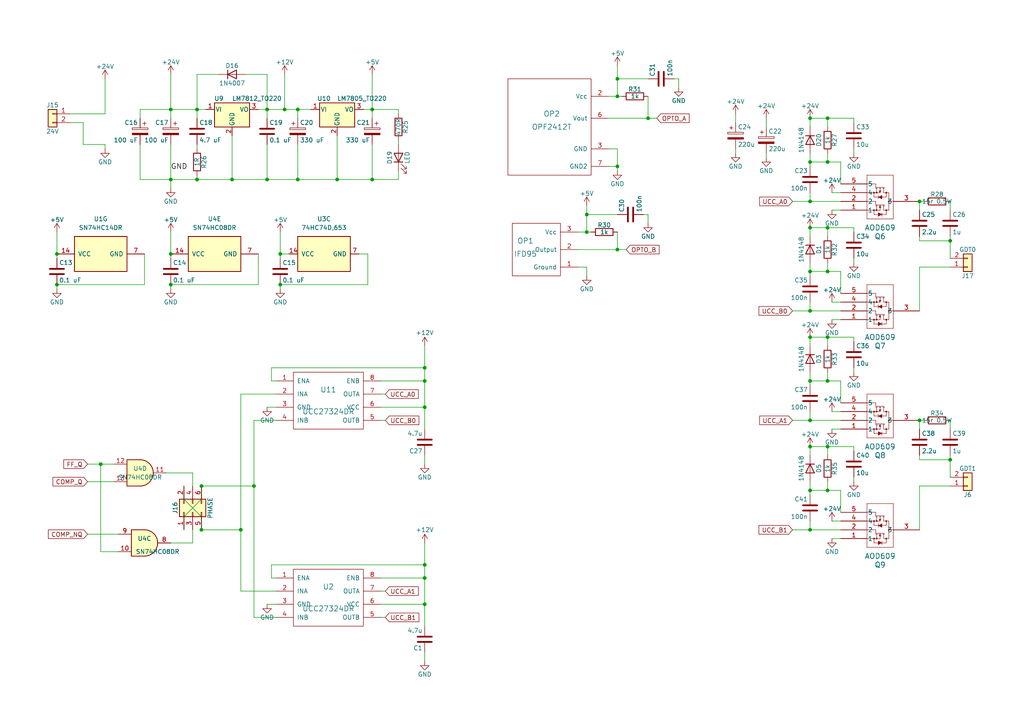
<source format=kicad_sch>
(kicad_sch (version 20230121) (generator eeschema)
  (paper "A4")
  (lib_symbols
    (symbol "0_MY_UD_SYM_LIB:AOD609" (pin_names (offset 0.254))
      (property "Reference" "Q" (at 11.43 7.62 0))
      (property "Value" "AOD609" (at 12.7 5.08 0))
      (symbol "AOD609_0_1"
        (pin unspecified line (at 0 0 0) (length 7.62) (name "1") (number "1"))
        (pin unspecified line (at 0 -2.54 0) (length 7.62) (name "2") (number "2"))
        (pin unspecified line (at 22.86 -2.54 180) (length 7.62) (name "3") (number "3"))
        (pin unspecified line (at 0 -5.08 0) (length 7.62) (name "4") (number "4"))
        (pin unspecified line (at 0 -7.62 0) (length 7.62) (name "5") (number "5"))
      )
    )
    (symbol "74xx:74HC14" (pin_names (offset 1.016))
      (property "Reference" "U" (at 0 1.27 0))
      (property "Value" "74HC14" (at 0 -1.27 0))
      (symbol "74HC14_1_0"
        (pin input line (at -7.62 0 0) (length 3.81) (name "~") (number "1"))
        (pin output inverted (at 7.62 0 180) (length 3.81) (name "~") (number "2"))
      )
      (symbol "74HC14_2_0"
        (pin input line (at -7.62 0 0) (length 3.81) (name "~") (number "3"))
        (pin output inverted (at 7.62 0 180) (length 3.81) (name "~") (number "4"))
      )
      (symbol "74HC14_3_0"
        (pin input line (at -7.62 0 0) (length 3.81) (name "~") (number "5"))
        (pin output inverted (at 7.62 0 180) (length 3.81) (name "~") (number "6"))
      )
      (symbol "74HC14_4_0"
        (pin output inverted (at 7.62 0 180) (length 3.81) (name "~") (number "8"))
        (pin input line (at -7.62 0 0) (length 3.81) (name "~") (number "9"))
      )
      (symbol "74HC14_5_0"
        (pin output inverted (at 7.62 0 180) (length 3.81) (name "~") (number "10"))
        (pin input line (at -7.62 0 0) (length 3.81) (name "~") (number "11"))
      )
      (symbol "74HC14_6_0"
        (pin output inverted (at 7.62 0 180) (length 3.81) (name "~") (number "12"))
        (pin input line (at -7.62 0 0) (length 3.81) (name "~") (number "13"))
      )
      (symbol "74HC14_7_0"
        (pin power_in line (at 0 12.7 270) (length 5.08) (name "VCC") (number "14"))
        (pin power_in line (at 0 -12.7 90) (length 5.08) (name "GND") (number "7"))
      )
    )
    (symbol "74xx:74HC74" (pin_names (offset 1.016))
      (property "Reference" "U" (at -7.62 8.89 0))
      (property "Value" "74HC74" (at -7.62 -8.89 0))
      (symbol "74HC74_1_0"
        (pin input line (at 0 -7.62 90) (length 2.54) (name "~{R}") (number "1"))
        (pin input line (at -7.62 2.54 0) (length 2.54) (name "D") (number "2"))
        (pin input clock (at -7.62 0 0) (length 2.54) (name "C") (number "3"))
        (pin input line (at 0 7.62 270) (length 2.54) (name "~{S}") (number "4"))
        (pin output line (at 7.62 2.54 180) (length 2.54) (name "Q") (number "5"))
        (pin output line (at 7.62 -2.54 180) (length 2.54) (name "~{Q}") (number "6"))
      )
      (symbol "74HC74_2_0"
        (pin input line (at 0 7.62 270) (length 2.54) (name "~{S}") (number "10"))
        (pin input clock (at -7.62 0 0) (length 2.54) (name "C") (number "11"))
        (pin input line (at -7.62 2.54 0) (length 2.54) (name "D") (number "12"))
        (pin input line (at 0 -7.62 90) (length 2.54) (name "~{R}") (number "13"))
        (pin output line (at 7.62 -2.54 180) (length 2.54) (name "~{Q}") (number "8"))
        (pin output line (at 7.62 2.54 180) (length 2.54) (name "Q") (number "9"))
      )
      (symbol "74HC74_3_0"
        (pin power_in line (at 0 10.16 270) (length 2.54) (name "VCC") (number "14"))
        (pin power_in line (at 0 -10.16 90) (length 2.54) (name "GND") (number "7"))
      )
    )
    (symbol "74xx:74LS08" (pin_names (offset 1.016))
      (property "Reference" "U" (at 0 1.27 0))
      (property "Value" "74LS08" (at 0 -1.27 0))
      (symbol "74LS08_1_1"
        (pin input line (at -7.62 2.54 0) (length 3.81) (name "~") (number "1"))
        (pin input line (at -7.62 -2.54 0) (length 3.81) (name "~") (number "2"))
        (pin output line (at 7.62 0 180) (length 3.81) (name "~") (number "3"))
      )
      (symbol "74LS08_1_2"
        (pin input inverted (at -7.62 2.54 0) (length 4.318) (name "~") (number "1"))
        (pin input inverted (at -7.62 -2.54 0) (length 4.318) (name "~") (number "2"))
        (pin output inverted (at 7.62 0 180) (length 3.81) (name "~") (number "3"))
      )
      (symbol "74LS08_2_1"
        (pin input line (at -7.62 2.54 0) (length 3.81) (name "~") (number "4"))
        (pin input line (at -7.62 -2.54 0) (length 3.81) (name "~") (number "5"))
        (pin output line (at 7.62 0 180) (length 3.81) (name "~") (number "6"))
      )
      (symbol "74LS08_2_2"
        (pin input inverted (at -7.62 2.54 0) (length 4.318) (name "~") (number "4"))
        (pin input inverted (at -7.62 -2.54 0) (length 4.318) (name "~") (number "5"))
        (pin output inverted (at 7.62 0 180) (length 3.81) (name "~") (number "6"))
      )
      (symbol "74LS08_3_1"
        (pin input line (at -7.62 -2.54 0) (length 3.81) (name "~") (number "10"))
        (pin output line (at 7.62 0 180) (length 3.81) (name "~") (number "8"))
        (pin input line (at -7.62 2.54 0) (length 3.81) (name "~") (number "9"))
      )
      (symbol "74LS08_3_2"
        (pin input inverted (at -7.62 -2.54 0) (length 4.318) (name "~") (number "10"))
        (pin output inverted (at 7.62 0 180) (length 3.81) (name "~") (number "8"))
        (pin input inverted (at -7.62 2.54 0) (length 4.318) (name "~") (number "9"))
      )
      (symbol "74LS08_4_1"
        (pin output line (at 7.62 0 180) (length 3.81) (name "~") (number "11"))
        (pin input line (at -7.62 2.54 0) (length 3.81) (name "~") (number "12"))
        (pin input line (at -7.62 -2.54 0) (length 3.81) (name "~") (number "13"))
      )
      (symbol "74LS08_4_2"
        (pin output inverted (at 7.62 0 180) (length 3.81) (name "~") (number "11"))
        (pin input inverted (at -7.62 2.54 0) (length 4.318) (name "~") (number "12"))
        (pin input inverted (at -7.62 -2.54 0) (length 4.318) (name "~") (number "13"))
      )
      (symbol "74LS08_5_0"
        (pin power_in line (at 0 12.7 270) (length 5.08) (name "VCC") (number "14"))
        (pin power_in line (at 0 -12.7 90) (length 5.08) (name "GND") (number "7"))
      )
    )
    (symbol "A_My_UD:IFD95" (pin_names (offset 1.016))
      (property "Reference" "OP" (at 0 3.81 0))
      (property "Value" "IFD95" (at 0 0 0))
      (symbol "IFD95_1_1"
        (pin input line (at 15.24 -3.81 180) (length 5.08) (name "Ground") (number "1"))
        (pin input line (at 15.24 1.27 180) (length 5.08) (name "Output") (number "2"))
        (pin input line (at 15.24 6.35 180) (length 5.08) (name "Vcc") (number "3"))
      )
    )
    (symbol "A_My_UD:OPF2412T" (pin_names (offset 1.016))
      (property "Reference" "OP" (at 0 3.81 0))
      (property "Value" "OPF2412T" (at 0 0 0))
      (symbol "OPF2412T_1_1"
        (pin input line (at 16.51 8.89 180) (length 5.08) (name "Vcc") (number "2"))
        (pin input line (at 16.51 -6.35 180) (length 5.08) (name "GND") (number "3"))
        (pin input line (at 16.51 2.54 180) (length 5.08) (name "Vout") (number "6"))
        (pin input line (at 16.51 -11.43 180) (length 5.08) (name "GND2") (number "7"))
      )
    )
    (symbol "A_My_UD:UCC27243" (pin_names (offset 1.016))
      (property "Reference" "U" (at 0 2.54 0))
      (property "Value" "UCC27243" (at 0 -3.81 0))
      (symbol "UCC27243_1_1"
        (pin input line (at -15.24 5.08 0) (length 5.08) (name "ENA") (number "1"))
        (pin input line (at -15.24 1.27 0) (length 5.08) (name "INA") (number "2"))
        (pin input line (at -15.24 -2.54 0) (length 5.08) (name "GND") (number "3"))
        (pin input line (at -15.24 -6.35 0) (length 5.08) (name "INB") (number "4"))
        (pin input line (at 15.24 -6.35 180) (length 5.08) (name "OUTB") (number "5"))
        (pin input line (at 15.24 -2.54 180) (length 5.08) (name "VCC") (number "6"))
        (pin input line (at 15.24 1.27 180) (length 5.08) (name "OUTA") (number "7"))
        (pin input line (at 15.24 5.08 180) (length 5.08) (name "ENB") (number "8"))
      )
    )
    (symbol "Connector_Generic:Conn_01x02" (pin_names (offset 1.016) hide)
      (property "Reference" "J" (at 0 2.54 0))
      (property "Value" "Conn_01x02" (at 0 -5.08 0))
      (symbol "Conn_01x02_1_1"
        (pin passive line (at -5.08 0 0) (length 3.81) (name "Pin_1") (number "1"))
        (pin passive line (at -5.08 -2.54 0) (length 3.81) (name "Pin_2") (number "2"))
      )
    )
    (symbol "Connector_Generic:Conn_02x03_Odd_Even" (pin_names (offset 1.016) hide)
      (property "Reference" "J" (at 1.27 5.08 0))
      (property "Value" "Conn_02x03_Odd_Even" (at 1.27 -5.08 0))
      (symbol "Conn_02x03_Odd_Even_1_1"
        (pin passive line (at -5.08 2.54 0) (length 3.81) (name "Pin_1") (number "1"))
        (pin passive line (at 7.62 2.54 180) (length 3.81) (name "Pin_2") (number "2"))
        (pin passive line (at -5.08 0 0) (length 3.81) (name "Pin_3") (number "3"))
        (pin passive line (at 7.62 0 180) (length 3.81) (name "Pin_4") (number "4"))
        (pin passive line (at -5.08 -2.54 0) (length 3.81) (name "Pin_5") (number "5"))
        (pin passive line (at 7.62 -2.54 180) (length 3.81) (name "Pin_6") (number "6"))
      )
    )
    (symbol "Device:C" (pin_numbers hide) (pin_names (offset 0.254))
      (property "Reference" "C" (at 0.635 2.54 0))
      (property "Value" "C" (at 0.635 -2.54 0))
      (symbol "C_1_1"
        (pin passive line (at 0 3.81 270) (length 2.794) (name "~") (number "1"))
        (pin passive line (at 0 -3.81 90) (length 2.794) (name "~") (number "2"))
      )
    )
    (symbol "Device:C_Polarized" (pin_numbers hide) (pin_names (offset 0.254))
      (property "Reference" "C" (at 0.635 2.54 0))
      (property "Value" "C_Polarized" (at 0.635 -2.54 0))
      (symbol "C_Polarized_1_1"
        (pin passive line (at 0 3.81 270) (length 2.794) (name "~") (number "1"))
        (pin passive line (at 0 -3.81 90) (length 2.794) (name "~") (number "2"))
      )
    )
    (symbol "Device:D" (pin_numbers hide) (pin_names (offset 1.016) hide)
      (property "Reference" "D" (at 0 2.54 0))
      (property "Value" "D" (at 0 -2.54 0))
      (symbol "D_1_1"
        (pin passive line (at -3.81 0 0) (length 2.54) (name "K") (number "1"))
        (pin passive line (at 3.81 0 180) (length 2.54) (name "A") (number "2"))
      )
    )
    (symbol "Device:LED" (pin_numbers hide) (pin_names (offset 1.016) hide)
      (property "Reference" "D" (at 0 2.54 0))
      (property "Value" "LED" (at 0 -2.54 0))
      (symbol "LED_1_1"
        (pin passive line (at -3.81 0 0) (length 2.54) (name "K") (number "1"))
        (pin passive line (at 3.81 0 180) (length 2.54) (name "A") (number "2"))
      )
    )
    (symbol "Device:R" (pin_numbers hide) (pin_names (offset 0))
      (property "Reference" "R" (at 2.032 0 90))
      (property "Value" "R" (at 0 0 90))
      (symbol "R_1_1"
        (pin passive line (at 0 3.81 270) (length 1.27) (name "~") (number "1"))
        (pin passive line (at 0 -3.81 90) (length 1.27) (name "~") (number "2"))
      )
    )
    (symbol "Regulator_Linear:LM7805_TO220" (pin_names (offset 0.254))
      (property "Reference" "U" (at -3.81 3.175 0))
      (property "Value" "LM7805_TO220" (at 0 3.175 0))
      (symbol "LM7805_TO220_1_1"
        (pin power_in line (at -7.62 0 0) (length 2.54) (name "VI") (number "1"))
        (pin power_in line (at 0 -7.62 90) (length 2.54) (name "GND") (number "2"))
        (pin power_out line (at 7.62 0 180) (length 2.54) (name "VO") (number "3"))
      )
    )
    (symbol "Regulator_Linear:LM7812_TO220" (pin_names (offset 0.254))
      (property "Reference" "U" (at -3.81 3.175 0))
      (property "Value" "LM7812_TO220" (at 0 3.175 0))
      (symbol "LM7812_TO220_1_1"
        (pin power_in line (at -7.62 0 0) (length 2.54) (name "VI") (number "1"))
        (pin power_in line (at 0 -7.62 90) (length 2.54) (name "GND") (number "2"))
        (pin power_out line (at 7.62 0 180) (length 2.54) (name "VO") (number "3"))
      )
    )
    (symbol "power:+12V" (power) (pin_names (offset 0))
      (property "Value" "+12V" (at 0 3.556 0))
      (symbol "+12V_1_1"
        (pin power_in line (at 0 0 90) (length 0) hide (name "+12V") (number "1"))
      )
    )
    (symbol "power:+24V" (power) (pin_names (offset 0))
      (property "Value" "+24V" (at 0 3.556 0))
      (symbol "+24V_1_1"
        (pin power_in line (at 0 0 90) (length 0) hide (name "+24V") (number "1"))
      )
    )
    (symbol "power:+5V" (power) (pin_names (offset 0))
      (property "Value" "+5V" (at 0 3.556 0))
      (symbol "+5V_1_1"
        (pin power_in line (at 0 0 90) (length 0) hide (name "+5V") (number "1"))
      )
    )
    (symbol "power:GND" (power) (pin_names (offset 0))
      (property "Value" "GND" (at 0 -3.81 0))
      (symbol "GND_1_1"
        (pin power_in line (at 0 0 270) (length 0) hide (name "GND") (number "1"))
      )
    )
  )
  (junction (at 179.07 72.39))
  (junction (at 240.03 78.74))
  (junction (at 240.03 97.79))
  (junction (at 16.51 82.55))
  (junction (at 187.96 34.29))
  (junction (at 179.07 22.86))
  (junction (at 179.07 27.94))
  (junction (at 73.66 140.97))
  (junction (at 123.19 110.49))
  (junction (at 234.95 142.24))
  (junction (at 58.42 153.67))
  (junction (at 170.18 67.31))
  (junction (at 179.07 48.26))
  (junction (at 49.53 52.07))
  (junction (at 97.79 52.07))
  (junction (at 240.03 142.24))
  (junction (at 275.59 69.85))
  (junction (at 107.95 52.07))
  (junction (at 266.7 58.42))
  (junction (at 58.42 140.97))
  (junction (at 234.95 58.42))
  (junction (at 123.19 175.26))
  (junction (at 69.85 153.67))
  (junction (at 81.28 82.55))
  (junction (at 57.15 52.07))
  (junction (at 234.95 66.04))
  (junction (at 77.47 52.07))
  (junction (at 77.47 31.75))
  (junction (at 123.19 163.83))
  (junction (at 240.03 110.49))
  (junction (at 57.15 31.75))
  (junction (at 240.03 129.54))
  (junction (at 49.53 82.55))
  (junction (at 240.03 34.29))
  (junction (at 49.53 73.66))
  (junction (at 234.95 90.17))
  (junction (at 234.95 34.29))
  (junction (at 275.59 133.35))
  (junction (at 240.03 46.99))
  (junction (at 16.51 73.66))
  (junction (at 234.95 78.74))
  (junction (at 107.95 31.75))
  (junction (at 234.95 110.49))
  (junction (at 82.55 31.75))
  (junction (at 234.95 46.99))
  (junction (at 81.28 73.66))
  (junction (at 266.7 121.92))
  (junction (at 240.03 66.04))
  (junction (at 67.31 52.07))
  (junction (at 234.95 121.92))
  (junction (at 234.95 153.67))
  (junction (at 123.19 106.68))
  (junction (at 86.36 52.07))
  (junction (at 234.95 97.79))
  (junction (at 29.21 134.62))
  (junction (at 123.19 167.64))
  (junction (at 234.95 129.54))
  (junction (at 123.19 118.11))
  (junction (at 86.36 31.75))
  (junction (at 49.53 31.75))
  (junction (at 170.18 62.23))
  (wire (pts (xy 16.51 73.66) (xy 16.51 74.93)))
  (wire (pts (xy 179.07 19.05) (xy 179.07 22.86)))
  (wire (pts (xy 71.12 21.59) (xy 77.47 21.59)))
  (wire (pts (xy 81.28 82.55) (xy 81.28 83.82)))
  (wire (pts (xy 86.36 31.75) (xy 86.36 34.29)))
  (wire (pts (xy 123.19 175.26) (xy 110.49 175.26)))
  (wire (pts (xy 187.96 27.94) (xy 187.96 34.29)))
  (wire (pts (xy 77.47 52.07) (xy 77.47 41.91)))
  (wire (pts (xy 275.59 69.85) (xy 275.59 74.93)))
  (wire (pts (xy 78.74 106.68) (xy 78.74 110.49)))
  (wire (pts (xy 196.85 22.86) (xy 196.85 25.4)))
  (wire (pts (xy 29.21 134.62) (xy 33.02 134.62)))
  (wire (pts (xy 20.32 33.02) (xy 30.48 33.02)))
  (wire (pts (xy 234.95 139.7) (xy 234.95 142.24)))
  (wire (pts (xy 266.7 124.46) (xy 266.7 121.92)))
  (wire (pts (xy 241.3 124.46) (xy 243.84 124.46)))
  (wire (pts (xy 78.74 110.49) (xy 80.01 110.49)))
  (wire (pts (xy 77.47 175.26) (xy 80.01 175.26)))
  (wire (pts (xy 123.19 110.49) (xy 123.19 106.68)))
  (wire (pts (xy 266.7 69.85) (xy 266.7 68.58)))
  (wire (pts (xy 78.74 167.64) (xy 80.01 167.64)))
  (wire (pts (xy 234.95 97.79) (xy 240.03 97.79)))
  (wire (pts (xy 171.45 67.31) (xy 170.18 67.31)))
  (wire (pts (xy 73.66 140.97) (xy 73.66 179.07)))
  (wire (pts (xy 97.79 52.07) (xy 107.95 52.07)))
  (wire (pts (xy 67.31 52.07) (xy 77.47 52.07)))
  (wire (pts (xy 107.95 52.07) (xy 115.57 52.07)))
  (wire (pts (xy 222.25 34.29) (xy 222.25 36.83)))
  (wire (pts (xy 241.3 60.96) (xy 243.84 60.96)))
  (wire (pts (xy 170.18 59.69) (xy 170.18 62.23)))
  (wire (pts (xy 77.47 21.59) (xy 77.47 31.75)))
  (wire (pts (xy 123.19 157.48) (xy 123.19 163.83)))
  (wire (pts (xy 234.95 36.83) (xy 234.95 34.29)))
  (wire (pts (xy 234.95 121.92) (xy 234.95 119.38)))
  (wire (pts (xy 243.84 78.74) (xy 240.03 78.74)))
  (wire (pts (xy 247.65 35.56) (xy 247.65 34.29)))
  (wire (pts (xy 40.64 34.29) (xy 40.64 31.75)))
  (wire (pts (xy 81.28 67.31) (xy 81.28 73.66)))
  (wire (pts (xy 179.07 43.18) (xy 176.53 43.18)))
  (wire (pts (xy 97.79 52.07) (xy 97.79 39.37)))
  (wire (pts (xy 247.65 43.18) (xy 247.65 44.45)))
  (wire (pts (xy 243.84 46.99) (xy 240.03 46.99)))
  (wire (pts (xy 234.95 68.58) (xy 234.95 66.04)))
  (wire (pts (xy 55.88 153.67) (xy 55.88 157.48)))
  (wire (pts (xy 86.36 31.75) (xy 90.17 31.75)))
  (wire (pts (xy 241.3 87.63) (xy 243.84 87.63)))
  (wire (pts (xy 167.64 67.31) (xy 170.18 67.31)))
  (wire (pts (xy 41.91 82.55) (xy 16.51 82.55)))
  (wire (pts (xy 229.87 153.67) (xy 234.95 153.67)))
  (wire (pts (xy 176.53 34.29) (xy 187.96 34.29)))
  (wire (pts (xy 69.85 114.3) (xy 69.85 153.67)))
  (wire (pts (xy 195.58 22.86) (xy 196.85 22.86)))
  (wire (pts (xy 73.66 121.92) (xy 80.01 121.92)))
  (wire (pts (xy 53.34 153.67) (xy 53.34 149.86)))
  (wire (pts (xy 57.15 21.59) (xy 63.5 21.59)))
  (wire (pts (xy 40.64 31.75) (xy 49.53 31.75)))
  (wire (pts (xy 41.91 73.66) (xy 41.91 82.55)))
  (wire (pts (xy 234.95 76.2) (xy 234.95 78.74)))
  (wire (pts (xy 213.36 33.02) (xy 213.36 35.56)))
  (wire (pts (xy 167.64 77.47) (xy 170.18 77.47)))
  (wire (pts (xy 240.03 110.49) (xy 240.03 107.95)))
  (wire (pts (xy 247.65 130.81) (xy 247.65 129.54)))
  (wire (pts (xy 234.95 100.33) (xy 234.95 97.79)))
  (wire (pts (xy 29.21 134.62) (xy 29.21 160.02)))
  (wire (pts (xy 49.53 157.48) (xy 55.88 157.48)))
  (wire (pts (xy 179.07 48.26) (xy 179.07 49.53)))
  (wire (pts (xy 266.7 140.97) (xy 275.59 140.97)))
  (wire (pts (xy 20.32 35.56) (xy 24.13 35.56)))
  (wire (pts (xy 234.95 46.99) (xy 240.03 46.99)))
  (wire (pts (xy 53.34 144.78) (xy 53.34 140.97)))
  (wire (pts (xy 243.84 142.24) (xy 243.84 148.59)))
  (wire (pts (xy 170.18 62.23) (xy 179.07 62.23)))
  (wire (pts (xy 176.53 27.94) (xy 179.07 27.94)))
  (wire (pts (xy 107.95 31.75) (xy 115.57 31.75)))
  (wire (pts (xy 25.4 154.94) (xy 34.29 154.94)))
  (wire (pts (xy 176.53 48.26) (xy 179.07 48.26)))
  (wire (pts (xy 49.53 31.75) (xy 49.53 34.29)))
  (wire (pts (xy 234.95 107.95) (xy 234.95 110.49)))
  (wire (pts (xy 234.95 46.99) (xy 234.95 48.26)))
  (wire (pts (xy 266.7 121.92) (xy 267.97 121.92)))
  (wire (pts (xy 266.7 60.96) (xy 266.7 58.42)))
  (wire (pts (xy 25.4 139.7) (xy 33.02 139.7)))
  (wire (pts (xy 49.53 31.75) (xy 57.15 31.75)))
  (wire (pts (xy 179.07 22.86) (xy 179.07 27.94)))
  (wire (pts (xy 240.03 66.04) (xy 240.03 68.58)))
  (wire (pts (xy 240.03 66.04) (xy 247.65 66.04)))
  (wire (pts (xy 73.66 179.07) (xy 80.01 179.07)))
  (wire (pts (xy 240.03 129.54) (xy 247.65 129.54)))
  (wire (pts (xy 104.14 73.66) (xy 106.68 73.66)))
  (wire (pts (xy 55.88 137.16) (xy 55.88 140.97)))
  (wire (pts (xy 180.34 27.94) (xy 179.07 27.94)))
  (wire (pts (xy 49.53 52.07) (xy 49.53 54.61)))
  (wire (pts (xy 107.95 31.75) (xy 107.95 34.29)))
  (wire (pts (xy 57.15 31.75) (xy 57.15 21.59)))
  (wire (pts (xy 241.3 119.38) (xy 243.84 119.38)))
  (wire (pts (xy 58.42 144.78) (xy 58.42 140.97)))
  (wire (pts (xy 243.84 142.24) (xy 240.03 142.24)))
  (wire (pts (xy 77.47 31.75) (xy 77.47 34.29)))
  (wire (pts (xy 123.19 132.08) (xy 123.19 134.62)))
  (wire (pts (xy 234.95 153.67) (xy 234.95 151.13)))
  (wire (pts (xy 234.95 44.45) (xy 234.95 46.99)))
  (wire (pts (xy 229.87 90.17) (xy 234.95 90.17)))
  (wire (pts (xy 187.96 34.29) (xy 190.5 34.29)))
  (wire (pts (xy 57.15 31.75) (xy 57.15 34.29)))
  (wire (pts (xy 213.36 43.18) (xy 213.36 44.45)))
  (wire (pts (xy 240.03 78.74) (xy 240.03 76.2)))
  (wire (pts (xy 234.95 132.08) (xy 234.95 129.54)))
  (wire (pts (xy 234.95 142.24) (xy 234.95 143.51)))
  (wire (pts (xy 40.64 41.91) (xy 40.64 52.07)))
  (wire (pts (xy 110.49 121.92) (xy 111.76 121.92)))
  (wire (pts (xy 78.74 106.68) (xy 123.19 106.68)))
  (wire (pts (xy 123.19 118.11) (xy 110.49 118.11)))
  (wire (pts (xy 123.19 118.11) (xy 123.19 124.46)))
  (wire (pts (xy 241.3 151.13) (xy 243.84 151.13)))
  (wire (pts (xy 167.64 72.39) (xy 179.07 72.39)))
  (wire (pts (xy 229.87 121.92) (xy 234.95 121.92)))
  (wire (pts (xy 234.95 142.24) (xy 240.03 142.24)))
  (wire (pts (xy 105.41 31.75) (xy 107.95 31.75)))
  (wire (pts (xy 30.48 22.86) (xy 30.48 33.02)))
  (wire (pts (xy 234.95 58.42) (xy 243.84 58.42)))
  (wire (pts (xy 266.7 77.47) (xy 275.59 77.47)))
  (wire (pts (xy 123.19 167.64) (xy 123.19 163.83)))
  (wire (pts (xy 77.47 118.11) (xy 80.01 118.11)))
  (wire (pts (xy 234.95 78.74) (xy 234.95 80.01)))
  (wire (pts (xy 86.36 52.07) (xy 86.36 41.91)))
  (wire (pts (xy 247.65 74.93) (xy 247.65 76.2)))
  (wire (pts (xy 16.51 82.55) (xy 16.51 83.82)))
  (wire (pts (xy 82.55 31.75) (xy 82.55 21.59)))
  (wire (pts (xy 25.4 134.62) (xy 29.21 134.62)))
  (wire (pts (xy 57.15 52.07) (xy 67.31 52.07)))
  (wire (pts (xy 275.59 121.92) (xy 275.59 124.46)))
  (wire (pts (xy 49.53 21.59) (xy 49.53 31.75)))
  (wire (pts (xy 82.55 31.75) (xy 86.36 31.75)))
  (wire (pts (xy 49.53 67.31) (xy 49.53 73.66)))
  (wire (pts (xy 240.03 129.54) (xy 240.03 132.08)))
  (wire (pts (xy 247.65 106.68) (xy 247.65 107.95)))
  (wire (pts (xy 57.15 31.75) (xy 59.69 31.75)))
  (wire (pts (xy 234.95 129.54) (xy 240.03 129.54)))
  (wire (pts (xy 49.53 52.07) (xy 49.53 41.91)))
  (wire (pts (xy 266.7 153.67) (xy 266.7 140.97)))
  (wire (pts (xy 110.49 179.07) (xy 111.76 179.07)))
  (wire (pts (xy 179.07 72.39) (xy 181.61 72.39)))
  (wire (pts (xy 58.42 149.86) (xy 53.34 144.78)))
  (wire (pts (xy 222.25 44.45) (xy 222.25 45.72)))
  (wire (pts (xy 234.95 90.17) (xy 243.84 90.17)))
  (wire (pts (xy 16.51 67.31) (xy 16.51 73.66)))
  (wire (pts (xy 275.59 58.42) (xy 275.59 60.96)))
  (wire (pts (xy 48.26 137.16) (xy 55.88 137.16)))
  (wire (pts (xy 275.59 133.35) (xy 275.59 138.43)))
  (wire (pts (xy 240.03 142.24) (xy 240.03 139.7)))
  (wire (pts (xy 234.95 153.67) (xy 243.84 153.67)))
  (wire (pts (xy 234.95 78.74) (xy 240.03 78.74)))
  (wire (pts (xy 74.93 82.55) (xy 49.53 82.55)))
  (wire (pts (xy 243.84 110.49) (xy 240.03 110.49)))
  (wire (pts (xy 74.93 73.66) (xy 74.93 82.55)))
  (wire (pts (xy 74.93 31.75) (xy 77.47 31.75)))
  (wire (pts (xy 234.95 121.92) (xy 243.84 121.92)))
  (wire (pts (xy 110.49 114.3) (xy 111.76 114.3)))
  (wire (pts (xy 240.03 34.29) (xy 247.65 34.29)))
  (wire (pts (xy 24.13 35.56) (xy 24.13 41.91)))
  (wire (pts (xy 186.69 62.23) (xy 187.96 62.23)))
  (wire (pts (xy 40.64 52.07) (xy 49.53 52.07)))
  (wire (pts (xy 58.42 149.86) (xy 58.42 153.67)))
  (wire (pts (xy 123.19 175.26) (xy 123.19 181.61)))
  (wire (pts (xy 247.65 138.43) (xy 247.65 139.7)))
  (wire (pts (xy 110.49 171.45) (xy 111.76 171.45)))
  (wire (pts (xy 123.19 189.23) (xy 123.19 191.77)))
  (wire (pts (xy 170.18 62.23) (xy 170.18 67.31)))
  (wire (pts (xy 78.74 163.83) (xy 78.74 167.64)))
  (wire (pts (xy 78.74 163.83) (xy 123.19 163.83)))
  (wire (pts (xy 234.95 34.29) (xy 240.03 34.29)))
  (wire (pts (xy 243.84 78.74) (xy 243.84 85.09)))
  (wire (pts (xy 73.66 121.92) (xy 73.66 140.97)))
  (wire (pts (xy 53.34 149.86) (xy 58.42 144.78)))
  (wire (pts (xy 69.85 153.67) (xy 69.85 171.45)))
  (wire (pts (xy 234.95 66.04) (xy 240.03 66.04)))
  (wire (pts (xy 234.95 110.49) (xy 240.03 110.49)))
  (wire (pts (xy 241.3 156.21) (xy 243.84 156.21)))
  (wire (pts (xy 275.59 132.08) (xy 275.59 133.35)))
  (wire (pts (xy 187.96 62.23) (xy 187.96 64.77)))
  (wire (pts (xy 234.95 110.49) (xy 234.95 111.76)))
  (wire (pts (xy 240.03 97.79) (xy 247.65 97.79)))
  (wire (pts (xy 123.19 167.64) (xy 123.19 175.26)))
  (wire (pts (xy 49.53 52.07) (xy 57.15 52.07)))
  (wire (pts (xy 77.47 52.07) (xy 86.36 52.07)))
  (wire (pts (xy 29.21 160.02) (xy 34.29 160.02)))
  (wire (pts (xy 234.95 90.17) (xy 234.95 87.63)))
  (wire (pts (xy 275.59 68.58) (xy 275.59 69.85)))
  (wire (pts (xy 81.28 73.66) (xy 81.28 74.93)))
  (wire (pts (xy 123.19 110.49) (xy 123.19 118.11)))
  (wire (pts (xy 57.15 52.07) (xy 57.15 50.8)))
  (wire (pts (xy 247.65 99.06) (xy 247.65 97.79)))
  (wire (pts (xy 69.85 171.45) (xy 80.01 171.45)))
  (wire (pts (xy 266.7 90.17) (xy 266.7 77.47)))
  (wire (pts (xy 107.95 21.59) (xy 107.95 31.75)))
  (wire (pts (xy 115.57 31.75) (xy 115.57 33.02)))
  (wire (pts (xy 110.49 167.64) (xy 123.19 167.64)))
  (wire (pts (xy 49.53 73.66) (xy 49.53 74.93)))
  (wire (pts (xy 243.84 110.49) (xy 243.84 116.84)))
  (wire (pts (xy 107.95 52.07) (xy 107.95 41.91)))
  (wire (pts (xy 179.07 67.31) (xy 179.07 72.39)))
  (wire (pts (xy 240.03 97.79) (xy 240.03 100.33)))
  (wire (pts (xy 58.42 140.97) (xy 73.66 140.97)))
  (wire (pts (xy 266.7 69.85) (xy 275.59 69.85)))
  (wire (pts (xy 49.53 82.55) (xy 49.53 83.82)))
  (wire (pts (xy 229.87 58.42) (xy 234.95 58.42)))
  (wire (pts (xy 240.03 34.29) (xy 240.03 36.83)))
  (wire (pts (xy 123.19 100.33) (xy 123.19 106.68)))
  (wire (pts (xy 30.48 43.18) (xy 30.48 41.91)))
  (wire (pts (xy 243.84 46.99) (xy 243.84 53.34)))
  (wire (pts (xy 58.42 153.67) (xy 69.85 153.67)))
  (wire (pts (xy 179.07 43.18) (xy 179.07 48.26)))
  (wire (pts (xy 115.57 52.07) (xy 115.57 49.53)))
  (wire (pts (xy 106.68 73.66) (xy 106.68 82.55)))
  (wire (pts (xy 170.18 77.47) (xy 170.18 80.01)))
  (wire (pts (xy 77.47 31.75) (xy 82.55 31.75)))
  (wire (pts (xy 81.28 73.66) (xy 83.82 73.66)))
  (wire (pts (xy 241.3 92.71) (xy 243.84 92.71)))
  (wire (pts (xy 234.95 58.42) (xy 234.95 55.88)))
  (wire (pts (xy 67.31 52.07) (xy 67.31 39.37)))
  (wire (pts (xy 179.07 22.86) (xy 187.96 22.86)))
  (wire (pts (xy 24.13 41.91) (xy 30.48 41.91)))
  (wire (pts (xy 241.3 55.88) (xy 243.84 55.88)))
  (wire (pts (xy 115.57 40.64) (xy 115.57 41.91)))
  (wire (pts (xy 266.7 58.42) (xy 267.97 58.42)))
  (wire (pts (xy 57.15 41.91) (xy 57.15 43.18)))
  (wire (pts (xy 110.49 110.49) (xy 123.19 110.49)))
  (wire (pts (xy 266.7 133.35) (xy 275.59 133.35)))
  (wire (pts (xy 86.36 52.07) (xy 97.79 52.07)))
  (wire (pts (xy 266.7 133.35) (xy 266.7 132.08)))
  (wire (pts (xy 240.03 46.99) (xy 240.03 44.45)))
  (wire (pts (xy 247.65 67.31) (xy 247.65 66.04)))
  (wire (pts (xy 106.68 82.55) (xy 81.28 82.55)))
  (wire (pts (xy 69.85 114.3) (xy 80.01 114.3)))
  (label "GND" (at 49.53 49.53 0) (effects (font (size 1.524 1.524))))
  (global_label "UCC_B0" (shape input) (at 111.76 121.92 0) (property "Intersheetrefs" "${INTERSHEET_REFS}" (effects hide)))
  (global_label "UCC_B1" (shape input) (at 229.87 153.67 180) (property "Intersheetrefs" "${INTERSHEET_REFS}" (effects hide)))
  (global_label "UCC_A0" (shape input) (at 229.87 58.42 180) (property "Intersheetrefs" "${INTERSHEET_REFS}" (effects hide)))
  (global_label "COMP_NQ" (shape input) (at 25.4 154.94 180) (property "Intersheetrefs" "${INTERSHEET_REFS}" (effects hide)))
  (global_label "FF_Q" (shape input) (at 25.4 134.62 180) (property "Intersheetrefs" "${INTERSHEET_REFS}" (effects hide)))
  (global_label "OPTO_B" (shape input) (at 181.61 72.39 0) (property "Intersheetrefs" "${INTERSHEET_REFS}" (effects hide)))
  (global_label "OPTO_A" (shape input) (at 190.5 34.29 0) (property "Intersheetrefs" "${INTERSHEET_REFS}" (effects hide)))
  (global_label "UCC_B0" (shape input) (at 229.87 90.17 180) (property "Intersheetrefs" "${INTERSHEET_REFS}" (effects hide)))
  (global_label "UCC_A1" (shape input) (at 111.76 171.45 0) (property "Intersheetrefs" "${INTERSHEET_REFS}" (effects hide)))
  (global_label "UCC_B1" (shape input) (at 111.76 179.07 0) (property "Intersheetrefs" "${INTERSHEET_REFS}" (effects hide)))
  (global_label "COMP_Q" (shape input) (at 25.4 139.7 180) (property "Intersheetrefs" "${INTERSHEET_REFS}" (effects hide)))
  (global_label "UCC_A0" (shape input) (at 111.76 114.3 0) (property "Intersheetrefs" "${INTERSHEET_REFS}" (effects hide)))
  (global_label "UCC_A1" (shape input) (at 229.87 121.92 180) (property "Intersheetrefs" "${INTERSHEET_REFS}" (effects hide)))
  (symbol (lib_id "Connector_Generic:Conn_01x02") (at 15.24 33.02 0) (mirror y) (unit 1)
    (property "Reference" "J15" (at 15.24 30.48 0))
    (property "Value" "24V" (at 15.24 38.1 0))
    (property "Footprint" "TerminalBlock:TerminalBlock_bornier-2_P5.08mm" (effects hide))
  )
  (symbol (lib_id "Device:D") (at 234.95 72.39 270) (unit 1)
    (property "Reference" "D1" (at 237.49 72.39 0))
    (property "Value" "1N4148" (at 232.41 72.39 0))
    (property "Footprint" "Diode_SMD:D_SOD-123" (effects hide))
  )
  (symbol (lib_id "Device:C") (at 191.77 22.86 90) (unit 1)
    (property "Reference" "C31" (at 189.23 22.225 0) (effects (justify left)))
    (property "Value" "100n" (at 194.31 22.225 0) (effects (justify left)))
    (property "Footprint" "Capacitor_SMD:C_1206_3216Metric_Pad1.33x1.80mm_HandSolder" (effects hide))
  )
  (symbol (lib_id "power:+24V") (at 234.95 66.04 0) (unit 1)
    (property "Reference" "#PWR061" (effects hide))
    (property "Value" "+24V" (at 234.95 62.484 0))
  )
  (symbol (lib_id "power:GND") (at 81.28 83.82 0) (unit 1)
    (property "Reference" "#PWR036" (effects hide))
    (property "Value" "GND" (at 81.28 87.63 0))
  )
  (symbol (lib_id "Device:C") (at 123.19 128.27 180) (unit 1)
    (property "Reference" "C27" (at 122.555 130.81 0) (effects (justify left)))
    (property "Value" "4.7u" (at 122.555 125.73 0) (effects (justify left)))
    (property "Footprint" "Capacitor_SMD:C_1206_3216Metric_Pad1.33x1.80mm_HandSolder" (effects hide))
  )
  (symbol (lib_id "A_My_UD:IFD95") (at 152.4 73.66 0) (unit 1)
    (property "Reference" "OP1" (at 152.4 69.85 0) (effects (font (size 1.524 1.524))))
    (property "Value" "IFD95" (at 152.4 73.66 0) (effects (font (size 1.524 1.524))))
    (property "Footprint" "0_MY_UD_LIB_FP:IFD95" (effects hide))
  )
  (symbol (lib_id "Device:D") (at 234.95 40.64 270) (unit 1)
    (property "Reference" "D20" (at 237.49 40.64 0))
    (property "Value" "1N4148" (at 232.41 40.64 0))
    (property "Footprint" "Diode_SMD:D_SOD-123" (effects hide))
  )
  (symbol (lib_id "power:GND") (at 241.3 156.21 0) (unit 1)
    (property "Reference" "#PWR072" (effects hide))
    (property "Value" "GND" (at 241.3 160.02 0))
  )
  (symbol (lib_id "power:+24V") (at 49.53 21.59 0) (unit 1)
    (property "Reference" "#PWR030" (effects hide))
    (property "Value" "+24V" (at 49.53 18.034 0))
  )
  (symbol (lib_id "power:GND") (at 123.19 191.77 0) (unit 1)
    (property "Reference" "#PWR017" (effects hide))
    (property "Value" "GND" (at 123.19 195.58 0))
  )
  (symbol (lib_id "Device:R") (at 271.78 121.92 90) (unit 1)
    (property "Reference" "R34" (at 271.78 119.888 90))
    (property "Value" "15r 0.5W" (at 271.78 121.92 90))
    (property "Footprint" "Resistor_SMD:R_1206_3216Metric_Pad1.30x1.75mm_HandSolder" (effects hide))
  )
  (symbol (lib_id "74xx:74LS08") (at 40.64 137.16 0) (unit 4)
    (property "Reference" "U4" (at 40.64 135.89 0))
    (property "Value" "SN74HC08DR" (at 40.64 138.43 0))
    (property "Footprint" "Package_SO:SOIC-14_3.9x8.7mm_P1.27mm" (effects hide))
    (property "Datasheet" "http://www.ti.com/lit/gpn/sn74LS08" (effects hide))
  )
  (symbol (lib_id "power:+5V") (at 179.07 19.05 0) (unit 1)
    (property "Reference" "#PWR052" (effects hide))
    (property "Value" "+5V" (at 179.07 15.494 0))
  )
  (symbol (lib_id "Device:C_Polarized") (at 107.95 38.1 0) (mirror y) (unit 1)
    (property "Reference" "C21" (at 107.315 35.56 0) (effects (justify left)))
    (property "Value" "330 uF" (at 107.315 40.64 0) (effects (justify left)))
    (property "Footprint" "Capacitor_THT:CP_Radial_D10.0mm_P5.00mm" (effects hide))
  )
  (symbol (lib_id "Connector_Generic:Conn_02x03_Odd_Even") (at 55.88 148.59 90) (unit 1)
    (property "Reference" "J16" (at 50.8 147.32 0))
    (property "Value" "PHASE" (at 60.96 147.32 0))
    (property "Footprint" "Connector_PinHeader_2.54mm:PinHeader_2x03_P2.54mm_Vertical" (effects hide))
  )
  (symbol (lib_id "power:GND") (at 196.85 25.4 0) (unit 1)
    (property "Reference" "#PWR054" (effects hide))
    (property "Value" "GND" (at 196.85 29.21 0))
  )
  (symbol (lib_id "power:+24V") (at 234.95 34.29 0) (unit 1)
    (property "Reference" "#PWR041" (effects hide))
    (property "Value" "+24V" (at 234.95 30.734 0))
  )
  (symbol (lib_id "Device:C") (at 234.95 147.32 0) (mirror y) (unit 1)
    (property "Reference" "C41" (at 234.315 144.78 0) (effects (justify left)))
    (property "Value" "100n" (at 234.315 149.86 0) (effects (justify left)))
    (property "Footprint" "Capacitor_SMD:C_1206_3216Metric_Pad1.33x1.80mm_HandSolder" (effects hide))
  )
  (symbol (lib_id "Device:C") (at 57.15 38.1 0) (unit 1)
    (property "Reference" "C18" (at 57.785 35.56 0) (effects (justify left)))
    (property "Value" "4.7 uF" (at 57.785 40.64 0) (effects (justify left)))
    (property "Footprint" "Capacitor_SMD:C_1206_3216Metric_Pad1.33x1.80mm_HandSolder" (effects hide))
  )
  (symbol (lib_id "power:+12V") (at 123.19 157.48 0) (unit 1)
    (property "Reference" "#PWR02" (effects hide))
    (property "Value" "+12V" (at 123.19 153.67 0))
  )
  (symbol (lib_id "Device:C_Polarized") (at 213.36 39.37 0) (unit 1)
    (property "Reference" "C24" (at 213.995 36.83 0) (effects (justify left)))
    (property "Value" "220u" (at 213.995 41.91 0) (effects (justify left)))
    (property "Footprint" "Capacitor_THT:CP_Radial_D10.0mm_P5.00mm" (effects hide))
  )
  (symbol (lib_id "Device:C") (at 275.59 128.27 0) (unit 1)
    (property "Reference" "C39" (at 276.225 125.73 0) (effects (justify left)))
    (property "Value" "1u" (at 276.225 130.81 0) (effects (justify left)))
    (property "Footprint" "Capacitor_SMD:C_1206_3216Metric_Pad1.33x1.80mm_HandSolder" (effects hide))
  )
  (symbol (lib_id "power:+24V") (at 241.3 151.13 0) (mirror y) (unit 1)
    (property "Reference" "#PWR071" (effects hide))
    (property "Value" "+24V" (at 241.3 147.574 0))
  )
  (symbol (lib_id "power:GND") (at 77.47 118.11 0) (unit 1)
    (property "Reference" "#PWR045" (effects hide))
    (property "Value" "GND" (at 77.47 121.92 0))
  )
  (symbol (lib_id "power:+24V") (at 213.36 33.02 0) (unit 1)
    (property "Reference" "#PWR042" (effects hide))
    (property "Value" "+24V" (at 213.36 29.464 0))
  )
  (symbol (lib_id "Device:C") (at 266.7 64.77 0) (unit 1)
    (property "Reference" "C25" (at 267.335 62.23 0) (effects (justify left)))
    (property "Value" "2.2u" (at 267.335 67.31 0) (effects (justify left)))
    (property "Footprint" "Capacitor_SMD:C_1206_3216Metric_Pad1.33x1.80mm_HandSolder" (effects hide))
  )
  (symbol (lib_id "power:+24V") (at 234.95 97.79 0) (unit 1)
    (property "Reference" "#PWR065" (effects hide))
    (property "Value" "+24V" (at 234.95 94.234 0))
  )
  (symbol (lib_id "Connector_Generic:Conn_01x02") (at 280.67 140.97 0) (mirror x) (unit 1)
    (property "Reference" "J6" (at 280.67 143.51 0))
    (property "Value" "GDT1" (at 280.67 135.89 0))
    (property "Footprint" "TerminalBlock:TerminalBlock_bornier-2_P5.08mm" (effects hide))
  )
  (symbol (lib_id "power:GND") (at 247.65 139.7 0) (unit 1)
    (property "Reference" "#PWR070" (effects hide))
    (property "Value" "GND" (at 247.65 143.51 0))
  )
  (symbol (lib_id "power:GND") (at 123.19 134.62 0) (unit 1)
    (property "Reference" "#PWR047" (effects hide))
    (property "Value" "GND" (at 123.19 138.43 0))
  )
  (symbol (lib_id "power:+24V") (at 241.3 55.88 0) (mirror y) (unit 1)
    (property "Reference" "#PWR058" (effects hide))
    (property "Value" "+24V" (at 241.3 52.324 0))
  )
  (symbol (lib_id "power:GND") (at 49.53 54.61 0) (unit 1)
    (property "Reference" "#PWR039" (effects hide))
    (property "Value" "GND" (at 49.53 58.42 0))
  )
  (symbol (lib_id "Device:C") (at 234.95 83.82 0) (mirror y) (unit 1)
    (property "Reference" "C35" (at 234.315 81.28 0) (effects (justify left)))
    (property "Value" "100n" (at 234.315 86.36 0) (effects (justify left)))
    (property "Footprint" "Capacitor_SMD:C_1206_3216Metric_Pad1.33x1.80mm_HandSolder" (effects hide))
  )
  (symbol (lib_id "Device:C_Polarized") (at 86.36 38.1 0) (unit 1)
    (property "Reference" "C20" (at 86.995 35.56 0) (effects (justify left)))
    (property "Value" "330 uF" (at 86.995 40.64 0) (effects (justify left)))
    (property "Footprint" "Capacitor_THT:CP_Radial_D10.0mm_P5.00mm" (effects hide))
  )
  (symbol (lib_id "A_My_UD:UCC27243") (at 95.25 172.72 0) (unit 1)
    (property "Reference" "U2" (at 95.25 170.18 0) (effects (font (size 1.524 1.524))))
    (property "Value" "UCC27324DR" (at 95.25 176.53 0) (effects (font (size 1.524 1.524))))
    (property "Footprint" "Package_SO:SOIC-8_3.9x4.9mm_P1.27mm" (effects hide))
  )
  (symbol (lib_id "power:GND") (at 222.25 45.72 0) (unit 1)
    (property "Reference" "#PWR044" (effects hide))
    (property "Value" "GND" (at 222.25 49.53 0))
  )
  (symbol (lib_id "power:GND") (at 187.96 64.77 0) (unit 1)
    (property "Reference" "#PWR053" (effects hide))
    (property "Value" "GND" (at 187.96 68.58 0))
  )
  (symbol (lib_id "0_MY_UD_SYM_LIB:AOD609") (at 243.84 156.21 0) (mirror x) (unit 1)
    (property "Reference" "Q9" (at 255.27 163.83 0) (effects (font (size 1.524 1.524))))
    (property "Value" "AOD609" (at 255.27 161.29 0) (effects (font (size 1.524 1.524))))
    (property "Footprint" "Package_TO_SOT_SMD:TO-252-4" (effects hide))
    (property "Datasheet" "AOD609" (effects hide))
  )
  (symbol (lib_id "Device:R") (at 240.03 104.14 0) (unit 1)
    (property "Reference" "R33" (at 242.062 104.14 90))
    (property "Value" "1k" (at 240.03 104.14 90))
    (property "Footprint" "Resistor_SMD:R_1206_3216Metric_Pad1.30x1.75mm_HandSolder" (effects hide))
  )
  (symbol (lib_id "74xx:74HC74") (at 93.98 73.66 90) (unit 3)
    (property "Reference" "U3" (at 93.98 63.5 90))
    (property "Value" "74HC74D,653" (at 93.98 66.04 90))
    (property "Footprint" "Package_SO:SOIC-14_3.9x8.7mm_P1.27mm" (effects hide))
    (property "Datasheet" "74xx/74hc_hct74.pdf" (effects hide))
  )
  (symbol (lib_id "Device:R") (at 240.03 72.39 0) (unit 1)
    (property "Reference" "R32" (at 242.062 72.39 90))
    (property "Value" "1k" (at 240.03 72.39 90))
    (property "Footprint" "Resistor_SMD:R_1206_3216Metric_Pad1.30x1.75mm_HandSolder" (effects hide))
  )
  (symbol (lib_id "power:GND") (at 30.48 43.18 0) (unit 1)
    (property "Reference" "#PWR037" (effects hide))
    (property "Value" "GND" (at 30.48 46.99 0))
  )
  (symbol (lib_id "Device:C") (at 182.88 62.23 90) (unit 1)
    (property "Reference" "C30" (at 180.34 61.595 0) (effects (justify left)))
    (property "Value" "100n" (at 185.42 61.595 0) (effects (justify left)))
    (property "Footprint" "Capacitor_SMD:C_1206_3216Metric_Pad1.33x1.80mm_HandSolder" (effects hide))
  )
  (symbol (lib_id "A_My_UD:UCC27243") (at 95.25 115.57 0) (unit 1)
    (property "Reference" "U11" (at 95.25 113.03 0) (effects (font (size 1.524 1.524))))
    (property "Value" "UCC27324DR" (at 95.25 119.38 0) (effects (font (size 1.524 1.524))))
    (property "Footprint" "Package_SO:SOIC-8_3.9x4.9mm_P1.27mm" (effects hide))
  )
  (symbol (lib_id "power:+24V") (at 234.95 129.54 0) (unit 1)
    (property "Reference" "#PWR069" (effects hide))
    (property "Value" "+24V" (at 234.95 125.984 0))
  )
  (symbol (lib_id "Device:C") (at 234.95 52.07 0) (mirror y) (unit 1)
    (property "Reference" "C23" (at 234.315 49.53 0) (effects (justify left)))
    (property "Value" "100n" (at 234.315 54.61 0) (effects (justify left)))
    (property "Footprint" "Capacitor_SMD:C_1206_3216Metric_Pad1.33x1.80mm_HandSolder" (effects hide))
  )
  (symbol (lib_id "power:GND") (at 49.53 83.82 0) (unit 1)
    (property "Reference" "#PWR035" (effects hide))
    (property "Value" "GND" (at 49.53 87.63 0))
  )
  (symbol (lib_id "Device:C_Polarized") (at 40.64 38.1 0) (mirror y) (unit 1)
    (property "Reference" "C16" (at 40.005 35.56 0) (effects (justify left)))
    (property "Value" "100 uF" (at 40.005 40.64 0) (effects (justify left)))
    (property "Footprint" "Capacitor_THT:CP_Radial_D10.0mm_P5.00mm" (effects hide))
  )
  (symbol (lib_id "Device:C") (at 77.47 38.1 0) (unit 1)
    (property "Reference" "C19" (at 78.105 35.56 0) (effects (justify left)))
    (property "Value" "0.1 uF" (at 78.105 40.64 0) (effects (justify left)))
    (property "Footprint" "Capacitor_SMD:C_1206_3216Metric_Pad1.33x1.80mm_HandSolder" (effects hide))
  )
  (symbol (lib_id "74xx:74LS08") (at 41.91 157.48 0) (unit 3)
    (property "Reference" "U4" (at 41.91 156.21 0))
    (property "Value" "SN74HC08DR" (at 45.72 160.02 0))
    (property "Footprint" "Package_SO:SOIC-14_3.9x8.7mm_P1.27mm" (effects hide))
    (property "Datasheet" "http://www.ti.com/lit/gpn/sn74LS08" (effects hide))
  )
  (symbol (lib_id "Device:R") (at 271.78 58.42 90) (unit 1)
    (property "Reference" "R28" (at 271.78 56.388 90))
    (property "Value" "15r 0.5W" (at 271.78 58.42 90))
    (property "Footprint" "Resistor_SMD:R_1206_3216Metric_Pad1.30x1.75mm_HandSolder" (effects hide))
  )
  (symbol (lib_id "Device:D") (at 234.95 135.89 270) (unit 1)
    (property "Reference" "D5" (at 237.49 135.89 0))
    (property "Value" "1N4148" (at 232.41 135.89 0))
    (property "Footprint" "Diode_SMD:D_SOD-123" (effects hide))
  )
  (symbol (lib_id "A_My_UD:OPF2412T") (at 160.02 36.83 0) (unit 1)
    (property "Reference" "OP2" (at 160.02 33.02 0) (effects (font (size 1.524 1.524))))
    (property "Value" "OPF2412T" (at 160.02 36.83 0) (effects (font (size 1.524 1.524))))
    (property "Footprint" "0_MY_UD_LIB_FP:OPF2412T" (effects hide))
  )
  (symbol (lib_id "Device:R") (at 240.03 40.64 0) (unit 1)
    (property "Reference" "R27" (at 242.062 40.64 90))
    (property "Value" "1k" (at 240.03 40.64 90))
    (property "Footprint" "Resistor_SMD:R_1206_3216Metric_Pad1.30x1.75mm_HandSolder" (effects hide))
  )
  (symbol (lib_id "Device:C") (at 81.28 78.74 0) (unit 1)
    (property "Reference" "C15" (at 81.915 76.2 0) (effects (justify left)))
    (property "Value" "0.1 uF" (at 81.915 81.28 0) (effects (justify left)))
    (property "Footprint" "Capacitor_SMD:C_1206_3216Metric_Pad1.33x1.80mm_HandSolder" (effects hide))
  )
  (symbol (lib_id "Regulator_Linear:LM7805_TO220") (at 97.79 31.75 0) (unit 1)
    (property "Reference" "U10" (at 93.98 28.575 0))
    (property "Value" "LM7805_TO220" (at 97.79 28.575 0) (effects (justify left)))
    (property "Footprint" "Package_TO_SOT_THT:TO-220-3_Vertical" (effects hide))
  )
  (symbol (lib_id "Device:R") (at 57.15 46.99 0) (unit 1)
    (property "Reference" "R26" (at 59.182 46.99 90))
    (property "Value" "1R" (at 57.15 46.99 90))
    (property "Footprint" "Resistor_SMD:R_1206_3216Metric_Pad1.30x1.75mm_HandSolder" (effects hide))
  )
  (symbol (lib_id "power:GND") (at 213.36 44.45 0) (unit 1)
    (property "Reference" "#PWR046" (effects hide))
    (property "Value" "GND" (at 213.36 48.26 0))
  )
  (symbol (lib_id "Connector_Generic:Conn_01x02") (at 280.67 77.47 0) (mirror x) (unit 1)
    (property "Reference" "J17" (at 280.67 80.01 0))
    (property "Value" "GDT0" (at 280.67 72.39 0))
    (property "Footprint" "TerminalBlock:TerminalBlock_bornier-2_P5.08mm" (effects hide))
  )
  (symbol (lib_id "Device:C") (at 234.95 115.57 0) (mirror y) (unit 1)
    (property "Reference" "C37" (at 234.315 113.03 0) (effects (justify left)))
    (property "Value" "100n" (at 234.315 118.11 0) (effects (justify left)))
    (property "Footprint" "Capacitor_SMD:C_1206_3216Metric_Pad1.33x1.80mm_HandSolder" (effects hide))
  )
  (symbol (lib_id "power:GND") (at 170.18 80.01 0) (unit 1)
    (property "Reference" "#PWR055" (effects hide))
    (property "Value" "GND" (at 170.18 83.82 0))
  )
  (symbol (lib_id "power:+5V") (at 81.28 67.31 0) (unit 1)
    (property "Reference" "#PWR029" (effects hide))
    (property "Value" "+5V" (at 81.28 63.754 0))
  )
  (symbol (lib_id "Device:C_Polarized") (at 222.25 40.64 0) (unit 1)
    (property "Reference" "C22" (at 222.885 38.1 0) (effects (justify left)))
    (property "Value" "220u" (at 222.885 43.18 0) (effects (justify left)))
    (property "Footprint" "Capacitor_THT:CP_Radial_D10.0mm_P5.00mm" (effects hide))
  )
  (symbol (lib_id "power:GND") (at 247.65 76.2 0) (unit 1)
    (property "Reference" "#PWR062" (effects hide))
    (property "Value" "GND" (at 247.65 80.01 0))
  )
  (symbol (lib_id "Device:C") (at 123.19 185.42 180) (unit 1)
    (property "Reference" "C1" (at 122.555 187.96 0) (effects (justify left)))
    (property "Value" "4.7u" (at 122.555 182.88 0) (effects (justify left)))
    (property "Footprint" "Capacitor_SMD:C_1206_3216Metric_Pad1.33x1.80mm_HandSolder" (effects hide))
  )
  (symbol (lib_id "Device:R") (at 240.03 135.89 0) (unit 1)
    (property "Reference" "R35" (at 242.062 135.89 90))
    (property "Value" "1k" (at 240.03 135.89 90))
    (property "Footprint" "Resistor_SMD:R_1206_3216Metric_Pad1.30x1.75mm_HandSolder" (effects hide))
  )
  (symbol (lib_id "power:+24V") (at 30.48 22.86 0) (unit 1)
    (property "Reference" "#PWR033" (effects hide))
    (property "Value" "+24V" (at 30.48 19.304 0))
  )
  (symbol (lib_id "Regulator_Linear:LM7812_TO220") (at 67.31 31.75 0) (unit 1)
    (property "Reference" "U9" (at 63.5 28.575 0))
    (property "Value" "LM7812_TO220" (at 67.31 28.575 0) (effects (justify left)))
    (property "Footprint" "Package_TO_SOT_THT:TO-220-3_Vertical" (effects hide))
  )
  (symbol (lib_id "74xx:74HC14") (at 29.21 73.66 90) (unit 7)
    (property "Reference" "U1" (at 29.21 63.5 90))
    (property "Value" "SN74HC14DR" (at 29.21 66.04 90))
    (property "Footprint" "Package_SO:SOIC-14_3.9x8.7mm_P1.27mm" (effects hide))
    (property "Datasheet" "http://www.ti.com/lit/gpn/sn74HC14" (effects hide))
  )
  (symbol (lib_id "power:+24V") (at 222.25 34.29 0) (unit 1)
    (property "Reference" "#PWR043" (effects hide))
    (property "Value" "+24V" (at 222.25 30.734 0))
  )
  (symbol (lib_id "power:GND") (at 247.65 107.95 0) (unit 1)
    (property "Reference" "#PWR066" (effects hide))
    (property "Value" "GND" (at 247.65 111.76 0))
  )
  (symbol (lib_id "Device:C") (at 247.65 71.12 0) (unit 1)
    (property "Reference" "C34" (at 248.285 68.58 0) (effects (justify left)))
    (property "Value" "10u" (at 248.285 73.66 0) (effects (justify left)))
    (property "Footprint" "Capacitor_SMD:C_1206_3216Metric_Pad1.33x1.80mm_HandSolder" (effects hide))
  )
  (symbol (lib_id "power:+24V") (at 241.3 87.63 0) (mirror y) (unit 1)
    (property "Reference" "#PWR063" (effects hide))
    (property "Value" "+24V" (at 241.3 84.074 0))
  )
  (symbol (lib_id "power:GND") (at 77.47 175.26 0) (unit 1)
    (property "Reference" "#PWR05" (effects hide))
    (property "Value" "GND" (at 77.47 179.07 0))
  )
  (symbol (lib_id "power:+5V") (at 170.18 59.69 0) (unit 1)
    (property "Reference" "#PWR050" (effects hide))
    (property "Value" "+5V" (at 170.18 56.134 0))
  )
  (symbol (lib_id "power:GND") (at 247.65 44.45 0) (unit 1)
    (property "Reference" "#PWR059" (effects hide))
    (property "Value" "GND" (at 247.65 48.26 0))
  )
  (symbol (lib_id "0_MY_UD_SYM_LIB:AOD609") (at 243.84 60.96 0) (mirror x) (unit 1)
    (property "Reference" "Q6" (at 255.27 68.58 0) (effects (font (size 1.524 1.524))))
    (property "Value" "AOD609" (at 255.27 66.04 0) (effects (font (size 1.524 1.524))))
    (property "Footprint" "Package_TO_SOT_SMD:TO-252-4" (effects hide))
    (property "Datasheet" "AOD609" (effects hide))
  )
  (symbol (lib_id "Device:C") (at 266.7 128.27 0) (unit 1)
    (property "Reference" "C38" (at 267.335 125.73 0) (effects (justify left)))
    (property "Value" "2.2u" (at 267.335 130.81 0) (effects (justify left)))
    (property "Footprint" "Capacitor_SMD:C_1206_3216Metric_Pad1.33x1.80mm_HandSolder" (effects hide))
  )
  (symbol (lib_id "Device:D") (at 67.31 21.59 0) (unit 1)
    (property "Reference" "D16" (at 67.31 19.05 0))
    (property "Value" "1N4007" (at 67.31 24.13 0))
    (property "Footprint" "Diode_SMD:D_SOD-123" (effects hide))
  )
  (symbol (lib_id "0_MY_UD_SYM_LIB:AOD609") (at 243.84 92.71 0) (mirror x) (unit 1)
    (property "Reference" "Q7" (at 255.27 100.33 0) (effects (font (size 1.524 1.524))))
    (property "Value" "AOD609" (at 255.27 97.79 0) (effects (font (size 1.524 1.524))))
    (property "Footprint" "Package_TO_SOT_SMD:TO-252-4" (effects hide))
    (property "Datasheet" "AOD609" (effects hide))
  )
  (symbol (lib_id "power:+12V") (at 82.55 21.59 0) (unit 1)
    (property "Reference" "#PWR031" (effects hide))
    (property "Value" "+12V" (at 82.55 18.034 0))
  )
  (symbol (lib_id "power:+12V") (at 123.19 100.33 0) (unit 1)
    (property "Reference" "#PWR040" (effects hide))
    (property "Value" "+12V" (at 123.19 96.52 0))
  )
  (symbol (lib_id "power:GND") (at 179.07 49.53 0) (unit 1)
    (property "Reference" "#PWR056" (effects hide))
    (property "Value" "GND" (at 179.07 53.34 0))
  )
  (symbol (lib_id "0_MY_UD_SYM_LIB:AOD609") (at 243.84 124.46 0) (mirror x) (unit 1)
    (property "Reference" "Q8" (at 255.27 132.08 0) (effects (font (size 1.524 1.524))))
    (property "Value" "AOD609" (at 255.27 129.54 0) (effects (font (size 1.524 1.524))))
    (property "Footprint" "Package_TO_SOT_SMD:TO-252-4" (effects hide))
    (property "Datasheet" "AOD609" (effects hide))
  )
  (symbol (lib_id "power:+5V") (at 107.95 21.59 0) (unit 1)
    (property "Reference" "#PWR032" (effects hide))
    (property "Value" "+5V" (at 107.95 18.034 0))
  )
  (symbol (lib_id "power:+24V") (at 241.3 119.38 0) (mirror y) (unit 1)
    (property "Reference" "#PWR067" (effects hide))
    (property "Value" "+24V" (at 241.3 115.824 0))
  )
  (symbol (lib_id "Device:C_Polarized") (at 49.53 38.1 0) (mirror y) (unit 1)
    (property "Reference" "C17" (at 48.895 35.56 0) (effects (justify left)))
    (property "Value" "100 uF" (at 48.895 40.64 0) (effects (justify left)))
    (property "Footprint" "Capacitor_THT:CP_Radial_D10.0mm_P5.00mm" (effects hide))
  )
  (symbol (lib_id "power:GND") (at 241.3 60.96 0) (unit 1)
    (property "Reference" "#PWR060" (effects hide))
    (property "Value" "GND" (at 241.3 64.77 0))
  )
  (symbol (lib_id "power:+5V") (at 49.53 67.31 0) (unit 1)
    (property "Reference" "#PWR028" (effects hide))
    (property "Value" "+5V" (at 49.53 63.754 0))
  )
  (symbol (lib_id "power:GND") (at 241.3 92.71 0) (unit 1)
    (property "Reference" "#PWR064" (effects hide))
    (property "Value" "GND" (at 241.3 96.52 0))
  )
  (symbol (lib_id "Device:C") (at 49.53 78.74 0) (unit 1)
    (property "Reference" "C14" (at 50.165 76.2 0) (effects (justify left)))
    (property "Value" "0.1 uF" (at 50.165 81.28 0) (effects (justify left)))
    (property "Footprint" "Capacitor_SMD:C_1206_3216Metric_Pad1.33x1.80mm_HandSolder" (effects hide))
  )
  (symbol (lib_id "Device:C") (at 247.65 134.62 0) (unit 1)
    (property "Reference" "C40" (at 248.285 132.08 0) (effects (justify left)))
    (property "Value" "10u" (at 248.285 137.16 0) (effects (justify left)))
    (property "Footprint" "Capacitor_SMD:C_1206_3216Metric_Pad1.33x1.80mm_HandSolder" (effects hide))
  )
  (symbol (lib_id "Device:D") (at 234.95 104.14 270) (unit 1)
    (property "Reference" "D3" (at 237.49 104.14 0))
    (property "Value" "1N4148" (at 232.41 104.14 0))
    (property "Footprint" "Diode_SMD:D_SOD-123" (effects hide))
  )
  (symbol (lib_id "Device:C") (at 247.65 102.87 0) (unit 1)
    (property "Reference" "C36" (at 248.285 100.33 0) (effects (justify left)))
    (property "Value" "10u" (at 248.285 105.41 0) (effects (justify left)))
    (property "Footprint" "Capacitor_SMD:C_1206_3216Metric_Pad1.33x1.80mm_HandSolder" (effects hide))
  )
  (symbol (lib_id "Device:C") (at 247.65 39.37 0) (unit 1)
    (property "Reference" "C33" (at 248.285 36.83 0) (effects (justify left)))
    (property "Value" "10u" (at 248.285 41.91 0) (effects (justify left)))
    (property "Footprint" "Capacitor_SMD:C_1206_3216Metric_Pad1.33x1.80mm_HandSolder" (effects hide))
  )
  (symbol (lib_id "power:+5V") (at 16.51 67.31 0) (unit 1)
    (property "Reference" "#PWR027" (effects hide))
    (property "Value" "+5V" (at 16.51 63.754 0))
  )
  (symbol (lib_id "power:GND") (at 241.3 124.46 0) (unit 1)
    (property "Reference" "#PWR068" (effects hide))
    (property "Value" "GND" (at 241.3 128.27 0))
  )
  (symbol (lib_id "Device:LED") (at 115.57 45.72 90) (unit 1)
    (property "Reference" "D19" (at 113.03 45.72 0))
    (property "Value" "LED" (at 118.11 45.72 0))
    (property "Footprint" "LED_THT:LED_D5.0mm" (effects hide))
  )
  (symbol (lib_id "Device:R") (at 175.26 67.31 90) (unit 1)
    (property "Reference" "R30" (at 175.26 65.278 90))
    (property "Value" "1k" (at 175.26 67.31 90))
    (property "Footprint" "Resistor_SMD:R_1206_3216Metric_Pad1.30x1.75mm_HandSolder" (effects hide))
  )
  (symbol (lib_id "Device:R") (at 184.15 27.94 90) (unit 1)
    (property "Reference" "R31" (at 184.15 25.908 90))
    (property "Value" "1k" (at 184.15 27.94 90))
    (property "Footprint" "Resistor_SMD:R_1206_3216Metric_Pad1.30x1.75mm_HandSolder" (effects hide))
  )
  (symbol (lib_id "Device:R") (at 115.57 36.83 0) (unit 1)
    (property "Reference" "R25" (at 117.602 36.83 90))
    (property "Value" "470R" (at 115.57 36.83 90))
    (property "Footprint" "Resistor_SMD:R_1206_3216Metric_Pad1.30x1.75mm_HandSolder" (effects hide))
  )
  (symbol (lib_id "Device:C") (at 275.59 64.77 0) (unit 1)
    (property "Reference" "C26" (at 276.225 62.23 0) (effects (justify left)))
    (property "Value" "1u" (at 276.225 67.31 0) (effects (justify left)))
    (property "Footprint" "Capacitor_SMD:C_1206_3216Metric_Pad1.33x1.80mm_HandSolder" (effects hide))
  )
  (symbol (lib_id "74xx:74LS08") (at 62.23 73.66 90) (unit 5)
    (property "Reference" "U4" (at 62.23 63.5 90))
    (property "Value" "SN74HC08DR" (at 62.23 66.04 90))
    (property "Footprint" "Package_SO:SOIC-14_3.9x8.7mm_P1.27mm" (effects hide))
    (property "Datasheet" "http://www.ti.com/lit/gpn/sn74LS08" (effects hide))
  )
  (symbol (lib_id "power:GND") (at 16.51 83.82 0) (unit 1)
    (property "Reference" "#PWR034" (effects hide))
    (property "Value" "GND" (at 16.51 87.63 0))
  )
  (symbol (lib_id "Device:C") (at 16.51 78.74 0) (unit 1)
    (property "Reference" "C13" (at 17.145 76.2 0) (effects (justify left)))
    (property "Value" "0.1 uF" (at 17.145 81.28 0) (effects (justify left)))
    (property "Footprint" "Capacitor_SMD:C_1206_3216Metric_Pad1.33x1.80mm_HandSolder" (effects hide))
  )
)
</source>
